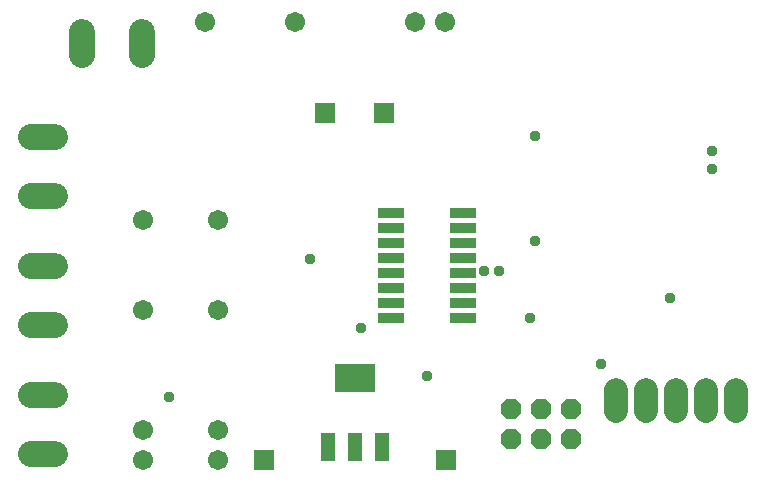
<source format=gbr>
G04 EAGLE Gerber RS-274X export*
G75*
%MOMM*%
%FSLAX34Y34*%
%LPD*%
%INSoldermask Bottom*%
%IPPOS*%
%AMOC8*
5,1,8,0,0,1.08239X$1,22.5*%
G01*
%ADD10R,1.727200X1.727200*%
%ADD11R,1.153200X2.353200*%
%ADD12R,3.453200X2.353200*%
%ADD13R,2.235200X0.863600*%
%ADD14C,2.184400*%
%ADD15C,1.711200*%
%ADD16C,2.003200*%
%ADD17P,1.869504X8X202.500000*%
%ADD18C,0.959600*%


D10*
X484740Y289240D03*
X434740Y289240D03*
X536740Y-4760D03*
X382740Y-4760D03*
D11*
X482740Y6560D03*
X459740Y6560D03*
X436740Y6560D03*
D12*
X459740Y64560D03*
D13*
X551434Y204470D03*
X489966Y204470D03*
X551434Y191770D03*
X551434Y179070D03*
X489966Y191770D03*
X489966Y179070D03*
X551434Y166370D03*
X489966Y166370D03*
X551434Y153670D03*
X489966Y153670D03*
X551434Y140970D03*
X551434Y128270D03*
X489966Y140970D03*
X489966Y128270D03*
X551434Y115570D03*
X489966Y115570D03*
D14*
X279146Y338074D02*
X279146Y357886D01*
X229108Y357886D02*
X229108Y338074D01*
X205486Y268986D02*
X185674Y268986D01*
X185674Y218948D02*
X205486Y218948D01*
X205486Y159766D02*
X185674Y159766D01*
X185674Y109728D02*
X205486Y109728D01*
X205486Y50546D02*
X185674Y50546D01*
X185674Y508D02*
X205486Y508D01*
D15*
X332740Y366460D03*
X408940Y366460D03*
X510540Y366460D03*
X535940Y366460D03*
X280100Y198120D03*
X280100Y121920D03*
X280100Y20320D03*
X280100Y-5080D03*
X343600Y198120D03*
X343600Y121920D03*
X343600Y20320D03*
X343600Y-5080D03*
D16*
X782320Y36720D02*
X782320Y54720D01*
X756920Y54720D02*
X756920Y36720D01*
X731520Y36720D02*
X731520Y54720D01*
X706120Y54720D02*
X706120Y36720D01*
X680720Y36720D02*
X680720Y54720D01*
D17*
X642620Y38100D03*
X642620Y12700D03*
X617220Y38100D03*
X617220Y12700D03*
X591820Y38100D03*
X591820Y12700D03*
D18*
X668020Y76200D03*
X608330Y115570D03*
X464820Y106680D03*
X520700Y66040D03*
X612140Y269240D03*
X302260Y48260D03*
X421640Y165100D03*
X568960Y154940D03*
X581660Y154940D03*
X762000Y256540D03*
X762000Y241300D03*
X612140Y180340D03*
X726440Y132080D03*
M02*

</source>
